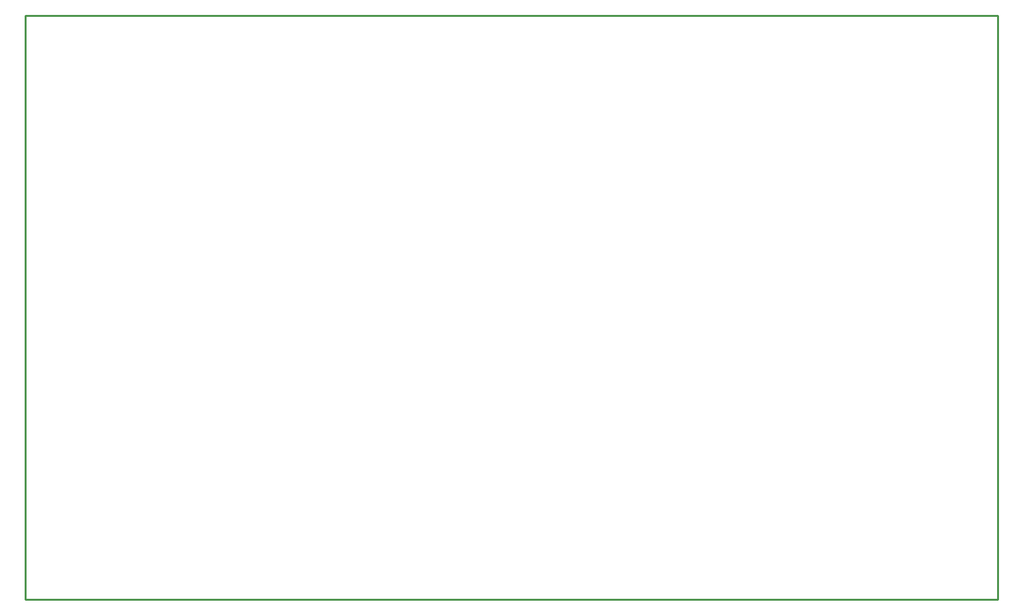
<source format=gko>
G04 Layer: BoardOutline*
G04 EasyEDA v6.4.4, 2020-08-19T17:38:18+02:00*
G04 Gerber Generator version 0.2*
G04 Scale: 100 percent, Rotated: No, Reflected: No *
G04 Dimensions in inches *
G04 leading zeros omitted , absolute positions ,2 integer and 4 decimal *
%FSLAX24Y24*%
%MOIN*%
G90*
G70D02*

%ADD10C,0.010000*%
G54D10*
G01X0Y30000D02*
G01X50000Y30000D01*
G01X50000Y0D01*
G01X0Y0D01*
G01X0Y30000D01*

%LPD*%
M00*
M02*

</source>
